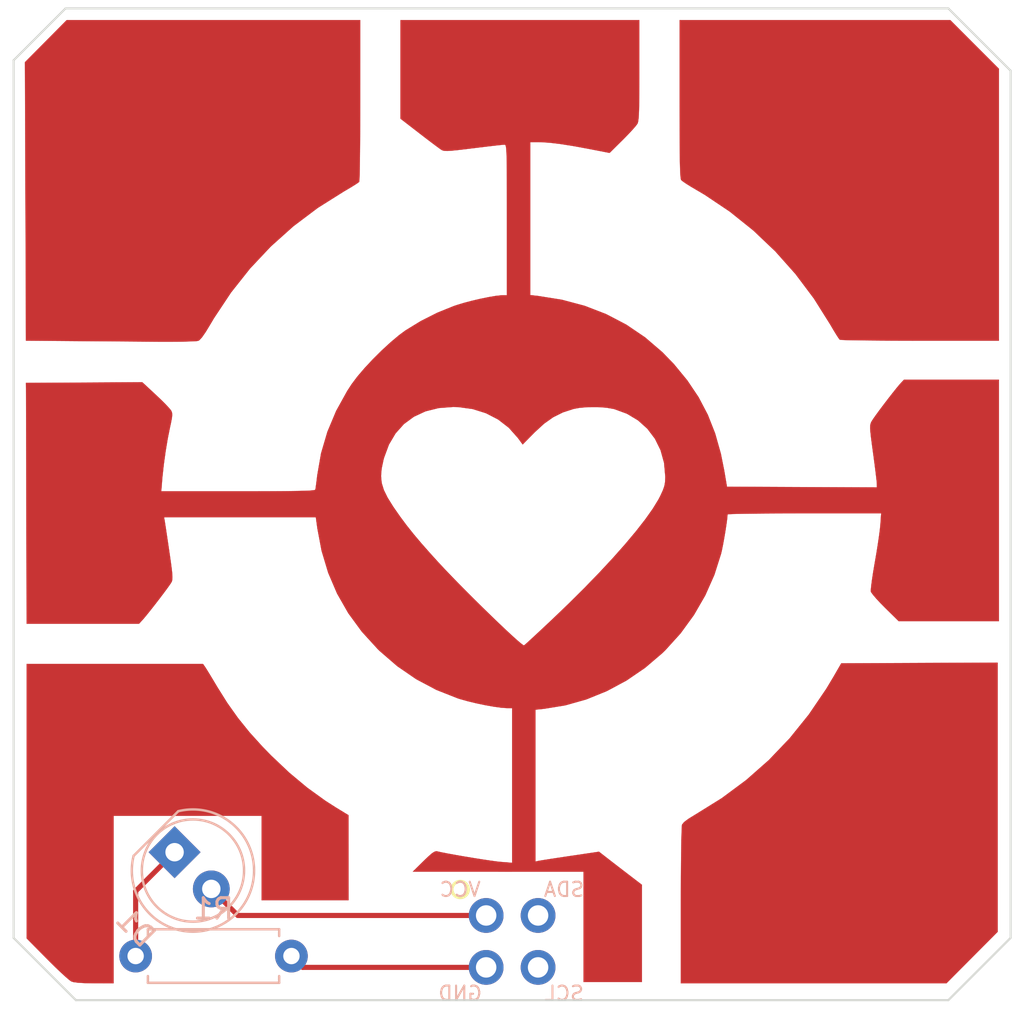
<source format=kicad_pcb>
(kicad_pcb (version 4) (host pcbnew 4.0.7)

  (general
    (links 3)
    (no_connects 0)
    (area 134.769999 103.529999 185.270001 155.055)
    (thickness 1.6)
    (drawings 8)
    (tracks 6)
    (zones 0)
    (modules 4)
    (nets 6)
  )

  (page A4)
  (layers
    (0 F.Cu signal)
    (31 B.Cu signal)
    (32 B.Adhes user)
    (33 F.Adhes user)
    (34 B.Paste user)
    (35 F.Paste user)
    (36 B.SilkS user)
    (37 F.SilkS user)
    (38 B.Mask user)
    (39 F.Mask user)
    (40 Dwgs.User user)
    (41 Cmts.User user)
    (42 Eco1.User user)
    (43 Eco2.User user hide)
    (44 Edge.Cuts user)
    (45 Margin user)
    (46 B.CrtYd user hide)
    (47 F.CrtYd user)
    (48 B.Fab user)
    (49 F.Fab user hide)
  )

  (setup
    (last_trace_width 0.25)
    (trace_clearance 0.2)
    (zone_clearance 0.508)
    (zone_45_only no)
    (trace_min 0.2)
    (segment_width 0.2)
    (edge_width 0.1)
    (via_size 0.6)
    (via_drill 0.4)
    (via_min_size 0.4)
    (via_min_drill 0.3)
    (uvia_size 0.3)
    (uvia_drill 0.1)
    (uvias_allowed no)
    (uvia_min_size 0.2)
    (uvia_min_drill 0.1)
    (pcb_text_width 0.3)
    (pcb_text_size 1.5 1.5)
    (mod_edge_width 0.15)
    (mod_text_size 1 1)
    (mod_text_width 0.15)
    (pad_size 1.5 1.5)
    (pad_drill 0.6)
    (pad_to_mask_clearance 0)
    (aux_axis_origin 0 0)
    (visible_elements FFFFFF7F)
    (pcbplotparams
      (layerselection 0x01000_00000001)
      (usegerberextensions false)
      (excludeedgelayer true)
      (linewidth 0.100000)
      (plotframeref false)
      (viasonmask false)
      (mode 1)
      (useauxorigin false)
      (hpglpennumber 1)
      (hpglpenspeed 20)
      (hpglpendiameter 15)
      (hpglpenoverlay 2)
      (psnegative false)
      (psa4output false)
      (plotreference true)
      (plotvalue true)
      (plotinvisibletext false)
      (padsonsilk false)
      (subtractmaskfromsilk false)
      (outputformat 1)
      (mirror false)
      (drillshape 0)
      (scaleselection 1)
      (outputdirectory ""))
  )

  (net 0 "")
  (net 1 "Net-(D1-Pad1)")
  (net 2 "Net-(D1-Pad2)")
  (net 3 "Net-(R1-Pad1)")
  (net 4 "Net-(SAO1-Pad4)")
  (net 5 "Net-(SAO1-Pad3)")

  (net_class Default "This is the default net class."
    (clearance 0.2)
    (trace_width 0.25)
    (via_dia 0.6)
    (via_drill 0.4)
    (uvia_dia 0.3)
    (uvia_drill 0.1)
    (add_net "Net-(D1-Pad1)")
    (add_net "Net-(D1-Pad2)")
    (add_net "Net-(R1-Pad1)")
    (add_net "Net-(SAO1-Pad3)")
    (add_net "Net-(SAO1-Pad4)")
  )

  (module LEDs:LED_D5.0mm (layer B.Cu) (tedit 5995936A) (tstamp 5BD69774)
    (at 143.51 145.415 315)
    (descr "LED, diameter 5.0mm, 2 pins, http://cdn-reichelt.de/documents/datenblatt/A500/LL-504BC2E-009.pdf")
    (tags "LED diameter 5.0mm 2 pins")
    (path /5BD686FC)
    (fp_text reference D1 (at 1.27 3.96 315) (layer B.SilkS)
      (effects (font (size 1 1) (thickness 0.15)) (justify mirror))
    )
    (fp_text value LED (at 1.27 -3.96 315) (layer B.Fab)
      (effects (font (size 1 1) (thickness 0.15)) (justify mirror))
    )
    (fp_arc (start 1.27 0) (end -1.23 1.469694) (angle -299.1) (layer B.Fab) (width 0.1))
    (fp_arc (start 1.27 0) (end -1.29 1.54483) (angle -148.9) (layer B.SilkS) (width 0.12))
    (fp_arc (start 1.27 0) (end -1.29 -1.54483) (angle 148.9) (layer B.SilkS) (width 0.12))
    (fp_circle (center 1.27 0) (end 3.77 0) (layer B.Fab) (width 0.1))
    (fp_circle (center 1.27 0) (end 3.77 0) (layer B.SilkS) (width 0.12))
    (fp_line (start -1.23 1.469694) (end -1.23 -1.469694) (layer B.Fab) (width 0.1))
    (fp_line (start -1.29 1.545) (end -1.29 -1.545) (layer B.SilkS) (width 0.12))
    (fp_line (start -1.95 3.25) (end -1.95 -3.25) (layer B.CrtYd) (width 0.05))
    (fp_line (start -1.95 -3.25) (end 4.5 -3.25) (layer B.CrtYd) (width 0.05))
    (fp_line (start 4.5 -3.25) (end 4.5 3.25) (layer B.CrtYd) (width 0.05))
    (fp_line (start 4.5 3.25) (end -1.95 3.25) (layer B.CrtYd) (width 0.05))
    (fp_text user %R (at 1.25 0 315) (layer B.Fab)
      (effects (font (size 0.8 0.8) (thickness 0.2)) (justify mirror))
    )
    (pad 1 thru_hole rect (at 0 0 315) (size 1.8 1.8) (drill 0.9) (layers *.Cu *.Mask)
      (net 1 "Net-(D1-Pad1)"))
    (pad 2 thru_hole circle (at 2.54 0 315) (size 1.8 1.8) (drill 0.9) (layers *.Cu *.Mask)
      (net 2 "Net-(D1-Pad2)"))
    (model ${KISYS3DMOD}/LEDs.3dshapes/LED_D5.0mm.wrl
      (at (xyz 0 0 0))
      (scale (xyz 0.393701 0.393701 0.393701))
      (rotate (xyz 0 0 0))
    )
  )

  (module Resistors_THT:R_Axial_DIN0207_L6.3mm_D2.5mm_P7.62mm_Horizontal (layer B.Cu) (tedit 5874F706) (tstamp 5BD6978A)
    (at 149.225 150.495 180)
    (descr "Resistor, Axial_DIN0207 series, Axial, Horizontal, pin pitch=7.62mm, 0.25W = 1/4W, length*diameter=6.3*2.5mm^2, http://cdn-reichelt.de/documents/datenblatt/B400/1_4W%23YAG.pdf")
    (tags "Resistor Axial_DIN0207 series Axial Horizontal pin pitch 7.62mm 0.25W = 1/4W length 6.3mm diameter 2.5mm")
    (path /5BD68805)
    (fp_text reference R1 (at 3.81 2.31 180) (layer B.SilkS)
      (effects (font (size 1 1) (thickness 0.15)) (justify mirror))
    )
    (fp_text value R (at 3.81 -2.31 180) (layer B.Fab)
      (effects (font (size 1 1) (thickness 0.15)) (justify mirror))
    )
    (fp_line (start 0.66 1.25) (end 0.66 -1.25) (layer B.Fab) (width 0.1))
    (fp_line (start 0.66 -1.25) (end 6.96 -1.25) (layer B.Fab) (width 0.1))
    (fp_line (start 6.96 -1.25) (end 6.96 1.25) (layer B.Fab) (width 0.1))
    (fp_line (start 6.96 1.25) (end 0.66 1.25) (layer B.Fab) (width 0.1))
    (fp_line (start 0 0) (end 0.66 0) (layer B.Fab) (width 0.1))
    (fp_line (start 7.62 0) (end 6.96 0) (layer B.Fab) (width 0.1))
    (fp_line (start 0.6 0.98) (end 0.6 1.31) (layer B.SilkS) (width 0.12))
    (fp_line (start 0.6 1.31) (end 7.02 1.31) (layer B.SilkS) (width 0.12))
    (fp_line (start 7.02 1.31) (end 7.02 0.98) (layer B.SilkS) (width 0.12))
    (fp_line (start 0.6 -0.98) (end 0.6 -1.31) (layer B.SilkS) (width 0.12))
    (fp_line (start 0.6 -1.31) (end 7.02 -1.31) (layer B.SilkS) (width 0.12))
    (fp_line (start 7.02 -1.31) (end 7.02 -0.98) (layer B.SilkS) (width 0.12))
    (fp_line (start -1.05 1.6) (end -1.05 -1.6) (layer B.CrtYd) (width 0.05))
    (fp_line (start -1.05 -1.6) (end 8.7 -1.6) (layer B.CrtYd) (width 0.05))
    (fp_line (start 8.7 -1.6) (end 8.7 1.6) (layer B.CrtYd) (width 0.05))
    (fp_line (start 8.7 1.6) (end -1.05 1.6) (layer B.CrtYd) (width 0.05))
    (pad 1 thru_hole circle (at 0 0 180) (size 1.6 1.6) (drill 0.8) (layers *.Cu *.Mask)
      (net 3 "Net-(R1-Pad1)"))
    (pad 2 thru_hole oval (at 7.62 0 180) (size 1.6 1.6) (drill 0.8) (layers *.Cu *.Mask)
      (net 1 "Net-(D1-Pad1)"))
    (model ${KISYS3DMOD}/Resistors_THT.3dshapes/R_Axial_DIN0207_L6.3mm_D2.5mm_P7.62mm_Horizontal.wrl
      (at (xyz 0 0 0))
      (scale (xyz 0.393701 0.393701 0.393701))
      (rotate (xyz 0 0 0))
    )
  )

  (module sao:Badgelife-Shitty-2x2-Edge (layer F.Cu) (tedit 5BD6AD7B) (tstamp 5BD6AEE1)
    (at 160.02 144.78)
    (descr "Through hole angled pin header, 2x02, 2.54mm pitch, 6mm pin length, double rows")
    (tags "Through hole angled pin header THT 2x02 2.54mm double row")
    (path /5BD682DF)
    (fp_text reference SAO1 (at 0 5) (layer F.Fab)
      (effects (font (size 1 1) (thickness 0.15)))
    )
    (fp_text value Badgelife_shitty_connector (at 0 9.2) (layer F.Fab) hide
      (effects (font (size 1 1) (thickness 0.15)))
    )
    (fp_text user SDA (at 2.54 2.46) (layer B.SilkS)
      (effects (font (size 0.7 0.7) (thickness 0.1)) (justify mirror))
    )
    (fp_line (start -25 9) (end 25 9) (layer F.Fab) (width 0.1))
    (fp_circle (center -2.54 2.46) (end -2.14 2.46) (layer F.SilkS) (width 0.15))
    (fp_line (start -25 -41) (end -25 9) (layer F.Fab) (width 0.1))
    (fp_line (start 25 -41) (end 25 9) (layer F.Fab) (width 0.1))
    (fp_line (start -25 -41) (end 25 -41) (layer F.Fab) (width 0.1))
    (fp_text user SCL (at 2.54 7.54) (layer B.SilkS)
      (effects (font (size 0.7 0.7) (thickness 0.1)) (justify mirror))
    )
    (fp_text user GND (at -2.54 7.54) (layer B.SilkS)
      (effects (font (size 0.7 0.7) (thickness 0.1)) (justify mirror))
    )
    (fp_text user VCC (at -2.54 2.46) (layer B.SilkS)
      (effects (font (size 0.7 0.7) (thickness 0.1)) (justify mirror))
    )
    (pad 4 thru_hole circle (at 1.27 3.73) (size 1.7 1.7) (drill 1) (layers *.Cu *.Mask)
      (net 4 "Net-(SAO1-Pad4)"))
    (pad 3 thru_hole oval (at 1.27 6.27) (size 1.7 1.7) (drill 1) (layers *.Cu *.Mask)
      (net 5 "Net-(SAO1-Pad3)"))
    (pad 1 thru_hole oval (at -1.27 3.73) (size 1.7 1.7) (drill 1) (layers *.Cu *.Mask)
      (net 2 "Net-(D1-Pad2)"))
    (pad 2 thru_hole oval (at -1.27 6.27) (size 1.7 1.7) (drill 1) (layers *.Cu *.Mask)
      (net 3 "Net-(R1-Pad1)"))
    (model ${KISYS3DMOD}/Pin_Headers.3dshapes/Pin_Header_Angled_2x02_Pitch2.54mm.wrl
      (at (xyz 0 0 0))
      (scale (xyz 1 1 1))
      (rotate (xyz 0 0 0))
    )
  )

  (module cube-cutout:cube-cutout (layer F.Cu) (tedit 0) (tstamp 5BD6F3F0)
    (at 160.02 128.27)
    (fp_text reference G*** (at 0 0) (layer F.Cu) hide
      (effects (font (thickness 0.3)))
    )
    (fp_text value LOGO (at 0.75 0) (layer F.Cu) hide
      (effects (font (thickness 0.3)))
    )
    (fp_poly (pts (xy -15.0187 8.080375) (xy -14.951543 8.184426) (xy -14.834263 8.3745) (xy -14.681127 8.627152)
      (xy -14.506406 8.918938) (xy -14.428361 9.050315) (xy -13.930466 9.844714) (xy -13.41033 10.57797)
      (xy -12.84231 11.282742) (xy -12.200767 11.991689) (xy -11.783763 12.418776) (xy -10.896922 13.258033)
      (xy -10.018823 13.990595) (xy -9.128536 14.633252) (xy -8.612705 14.962659) (xy -8.002137 15.33525)
      (xy -8.001569 17.414875) (xy -8.001 19.4945) (xy -12.2555 19.4945) (xy -12.2555 15.367)
      (xy -19.4945 15.367) (xy -19.4945 23.5585) (xy -20.431125 23.556014) (xy -20.887816 23.548971)
      (xy -21.226445 23.530154) (xy -21.455462 23.498902) (xy -21.55825 23.467872) (xy -21.657761 23.398495)
      (xy -21.82971 23.252234) (xy -22.058353 23.043601) (xy -22.327946 22.787106) (xy -22.622746 22.49726)
      (xy -22.748875 22.370501) (xy -23.749 21.358788) (xy -23.749 7.9375) (xy -15.118929 7.9375)
      (xy -15.0187 8.080375)) (layer F.Cu) (width 0.01))
    (fp_poly (pts (xy 23.749 21.043012) (xy 22.496965 22.300756) (xy 21.244931 23.5585) (xy 8.255 23.5585)
      (xy 8.255 19.752633) (xy 8.255953 19.04026) (xy 8.258707 18.370808) (xy 8.263105 17.755044)
      (xy 8.268988 17.203736) (xy 8.2762 16.727651) (xy 8.284581 16.337556) (xy 8.293974 16.044219)
      (xy 8.304221 15.858406) (xy 8.313024 15.79415) (xy 8.408404 15.675639) (xy 8.617064 15.516822)
      (xy 8.933357 15.321946) (xy 8.963899 15.304494) (xy 10.252778 14.502955) (xy 11.449386 13.615496)
      (xy 12.556413 12.639438) (xy 13.576546 11.572099) (xy 14.512472 10.4108) (xy 15.366881 9.152861)
      (xy 15.715125 8.5725) (xy 16.100321 7.90575) (xy 19.92466 7.889379) (xy 23.749 7.873008)
      (xy 23.749 21.043012)) (layer F.Cu) (width 0.01))
    (fp_poly (pts (xy 6.223 -21.110597) (xy 6.222238 -20.464268) (xy 6.219685 -19.933294) (xy 6.214938 -19.506037)
      (xy 6.207593 -19.170857) (xy 6.197247 -18.916118) (xy 6.183496 -18.730182) (xy 6.165938 -18.60141)
      (xy 6.144169 -18.518164) (xy 6.132245 -18.491222) (xy 6.054622 -18.384442) (xy 5.905176 -18.211384)
      (xy 5.703623 -17.993802) (xy 5.469679 -17.753449) (xy 5.405594 -17.689528) (xy 4.769698 -17.059305)
      (xy 3.734224 -17.260594) (xy 2.999492 -17.395922) (xy 2.374658 -17.494429) (xy 1.848532 -17.5576)
      (xy 1.409928 -17.586919) (xy 1.25579 -17.5895) (xy 0.889 -17.5895) (xy 0.889 -10.105639)
      (xy 1.254125 -10.065455) (xy 2.434621 -9.877401) (xy 3.550471 -9.580318) (xy 4.601206 -9.174441)
      (xy 5.586359 -8.660003) (xy 6.505462 -8.037239) (xy 7.358048 -7.306383) (xy 7.915491 -6.730081)
      (xy 8.572265 -5.931089) (xy 9.121535 -5.111665) (xy 9.572047 -4.253304) (xy 9.932546 -3.337503)
      (xy 10.211776 -2.345759) (xy 10.376012 -1.524) (xy 10.510425 -0.73025) (xy 14.176962 -0.71386)
      (xy 17.8435 -0.697469) (xy 17.841499 -0.87261) (xy 17.832458 -0.9867) (xy 17.808355 -1.204928)
      (xy 17.771836 -1.505674) (xy 17.72555 -1.867316) (xy 17.672145 -2.268232) (xy 17.656733 -2.38125)
      (xy 17.596423 -2.825852) (xy 17.553142 -3.16307) (xy 17.525968 -3.411242) (xy 17.513978 -3.588711)
      (xy 17.516251 -3.713815) (xy 17.531864 -3.804895) (xy 17.559895 -3.880291) (xy 17.579359 -3.919944)
      (xy 17.653872 -4.03873) (xy 17.79091 -4.233937) (xy 17.973325 -4.483087) (xy 18.183972 -4.7637)
      (xy 18.405702 -5.053298) (xy 18.62137 -5.329399) (xy 18.813829 -5.569526) (xy 18.965932 -5.751199)
      (xy 19.031238 -5.823363) (xy 19.171227 -5.969) (xy 23.8125 -5.969) (xy 23.8125 5.842)
      (xy 18.904588 5.842) (xy 18.244631 5.192567) (xy 18.006106 4.950595) (xy 17.800724 4.728565)
      (xy 17.646022 4.54648) (xy 17.559535 4.424339) (xy 17.548351 4.398411) (xy 17.548256 4.293949)
      (xy 17.568949 4.085823) (xy 17.607566 3.795147) (xy 17.661244 3.443037) (xy 17.72712 3.050605)
      (xy 17.744257 2.953721) (xy 17.818654 2.520845) (xy 17.887228 2.091266) (xy 17.945577 1.694961)
      (xy 17.989298 1.361905) (xy 18.013988 1.122074) (xy 18.014675 1.112627) (xy 18.052863 0.571499)
      (xy 14.296931 0.571499) (xy 13.619315 0.572281) (xy 12.980941 0.574534) (xy 12.392866 0.578116)
      (xy 11.86615 0.582888) (xy 11.411851 0.58871) (xy 11.041029 0.595441) (xy 10.764742 0.602942)
      (xy 10.594049 0.611072) (xy 10.53976 0.619125) (xy 10.524768 0.797781) (xy 10.489875 1.066918)
      (xy 10.440667 1.392602) (xy 10.382733 1.740896) (xy 10.321661 2.077867) (xy 10.263038 2.36958)
      (xy 10.223238 2.541399) (xy 9.894527 3.578116) (xy 9.448735 4.5837) (xy 8.89476 5.5431)
      (xy 8.241496 6.441265) (xy 7.497842 7.263144) (xy 7.344136 7.412214) (xy 6.501898 8.129559)
      (xy 5.593963 8.749078) (xy 4.632741 9.264926) (xy 3.630641 9.67126) (xy 2.600073 9.962239)
      (xy 1.571625 10.130143) (xy 1.143 10.174795) (xy 1.143 17.603267) (xy 1.285875 17.571265)
      (xy 1.388643 17.552886) (xy 1.596841 17.519244) (xy 1.890241 17.473477) (xy 2.248611 17.418725)
      (xy 2.651723 17.358126) (xy 2.839406 17.330219) (xy 4.250062 17.121175) (xy 4.649156 17.432042)
      (xy 4.863097 17.597994) (xy 5.140153 17.811918) (xy 5.44253 18.044673) (xy 5.699125 18.241605)
      (xy 6.35 18.7403) (xy 6.35 23.495) (xy 3.4925 23.495) (xy 3.4925 18.0975)
      (xy -4.85775 18.095584) (xy -4.335006 17.581374) (xy -4.098409 17.353864) (xy -3.929179 17.206472)
      (xy -3.808633 17.125913) (xy -3.718084 17.098904) (xy -3.664033 17.104367) (xy -3.448465 17.152082)
      (xy -3.136129 17.212871) (xy -2.754635 17.282154) (xy -2.331592 17.355351) (xy -1.894608 17.427881)
      (xy -1.471292 17.495165) (xy -1.089254 17.552621) (xy -0.776102 17.595671) (xy -0.559446 17.619733)
      (xy -0.555625 17.620042) (xy 0 17.6644) (xy 0 10.0965) (xy -0.24769 10.0965)
      (xy -0.518111 10.078865) (xy -0.876943 10.030313) (xy -1.291247 9.957371) (xy -1.72808 9.866566)
      (xy -2.154501 9.764426) (xy -2.537568 9.657479) (xy -2.660549 9.618384) (xy -3.707231 9.205441)
      (xy -4.694982 8.68038) (xy -5.620365 8.045316) (xy -6.479944 7.302366) (xy -6.577308 7.20725)
      (xy -7.354166 6.355775) (xy -8.015482 5.452186) (xy -8.562568 4.493859) (xy -8.996737 3.478171)
      (xy -9.319301 2.4025) (xy -9.524261 1.317625) (xy -9.601618 0.761999) (xy -13.312687 0.762)
      (xy -17.023755 0.762) (xy -16.988501 0.968375) (xy -16.96867 1.093165) (xy -16.933907 1.320945)
      (xy -16.887615 1.629035) (xy -16.833199 1.994756) (xy -16.774062 2.395426) (xy -16.763174 2.469547)
      (xy -16.698814 2.91674) (xy -16.653699 3.256273) (xy -16.626537 3.505816) (xy -16.616036 3.683039)
      (xy -16.620904 3.80561) (xy -16.639848 3.891198) (xy -16.656368 3.930047) (xy -16.724187 4.03712)
      (xy -16.854881 4.221218) (xy -17.03166 4.460461) (xy -17.237735 4.732966) (xy -17.456317 5.016853)
      (xy -17.670616 5.290239) (xy -17.863844 5.531243) (xy -18.019211 5.717983) (xy -18.086809 5.794375)
      (xy -18.248261 5.969) (xy -23.749 5.969) (xy -23.7617 0.3175) (xy -23.763621 -0.524098)
      (xy -23.765524 -1.333083) (xy -23.767383 -2.099932) (xy -23.769174 -2.81512) (xy -23.770869 -3.469122)
      (xy -23.772445 -4.052414) (xy -23.773874 -4.55547) (xy -23.775132 -4.968767) (xy -23.776192 -5.28278)
      (xy -23.777029 -5.487984) (xy -23.777575 -5.572125) (xy -23.78075 -5.81025) (xy -18.088918 -5.843314)
      (xy -17.420821 -5.223532) (xy -17.173151 -4.988163) (xy -16.95474 -4.770153) (xy -16.78527 -4.589914)
      (xy -16.684424 -4.467861) (xy -16.670157 -4.445) (xy -16.635751 -4.354083) (xy -16.626303 -4.240237)
      (xy -16.64397 -4.075538) (xy -16.690911 -3.832059) (xy -16.731892 -3.64599) (xy -16.842858 -3.095585)
      (xy -16.947148 -2.470639) (xy -17.036981 -1.823604) (xy -17.104578 -1.206934) (xy -17.119662 -1.031875)
      (xy -17.161399 -0.508) (xy -13.404707 -0.508) (xy -12.586565 -0.508533) (xy -11.887469 -0.510242)
      (xy -11.299466 -0.513295) (xy -10.814605 -0.517859) (xy -10.424937 -0.5241) (xy -10.122509 -0.532186)
      (xy -9.89937 -0.542283) (xy -9.74757 -0.554559) (xy -9.659157 -0.569181) (xy -9.62618 -0.586315)
      (xy -9.625805 -0.587375) (xy -9.609417 -0.681529) (xy -9.583361 -0.870382) (xy -9.551841 -1.122394)
      (xy -9.536164 -1.255863) (xy -6.412671 -1.255863) (xy -6.37934 -0.915198) (xy -6.274994 -0.573914)
      (xy -6.093501 -0.204139) (xy -5.828726 0.222) (xy -5.773409 0.30439) (xy -5.470518 0.738562)
      (xy -5.156695 1.159724) (xy -4.814573 1.589213) (xy -4.426786 2.048365) (xy -3.975967 2.558518)
      (xy -3.617848 2.95275) (xy -3.322721 3.26948) (xy -2.985357 3.622464) (xy -2.616122 4.001636)
      (xy -2.225377 4.396932) (xy -1.823488 4.798284) (xy -1.420819 5.195629) (xy -1.027733 5.5789)
      (xy -0.654595 5.938032) (xy -0.311768 6.262959) (xy -0.009617 6.543617) (xy 0.241495 6.769939)
      (xy 0.431204 6.93186) (xy 0.549144 7.019315) (xy 0.582003 7.031623) (xy 0.637394 6.985864)
      (xy 0.772962 6.86396) (xy 0.976639 6.677057) (xy 1.236357 6.436304) (xy 1.540048 6.152847)
      (xy 1.875643 5.837833) (xy 1.938656 5.7785) (xy 2.763658 4.98765) (xy 3.542076 4.214239)
      (xy 4.267592 3.465478) (xy 4.93389 2.748579) (xy 5.534649 2.070754) (xy 6.063554 1.439215)
      (xy 6.514286 0.861176) (xy 6.880528 0.343846) (xy 7.155961 -0.10556) (xy 7.247956 -0.282392)
      (xy 7.37229 -0.552042) (xy 7.446084 -0.76014) (xy 7.481821 -0.955392) (xy 7.491983 -1.186505)
      (xy 7.492061 -1.234892) (xy 7.432406 -1.900978) (xy 7.261394 -2.518475) (xy 6.986635 -3.077402)
      (xy 6.615739 -3.56778) (xy 6.156314 -3.979631) (xy 5.615972 -4.302977) (xy 5.002322 -4.527836)
      (xy 4.975584 -4.534841) (xy 4.615076 -4.598082) (xy 4.182962 -4.628908) (xy 3.72994 -4.627202)
      (xy 3.306707 -4.59285) (xy 3.013716 -4.539296) (xy 2.487315 -4.369604) (xy 2.014383 -4.13464)
      (xy 1.564236 -3.815956) (xy 1.106196 -3.395107) (xy 1.099721 -3.388543) (xy 0.516692 -2.796894)
      (xy 0.280564 -3.118565) (xy -0.161261 -3.615564) (xy -0.684516 -4.020504) (xy -1.277682 -4.327866)
      (xy -1.929237 -4.532128) (xy -2.627661 -4.627772) (xy -2.883533 -4.634562) (xy -3.592711 -4.580036)
      (xy -4.2326 -4.420753) (xy -4.799483 -4.159535) (xy -5.289648 -3.799202) (xy -5.69938 -3.342574)
      (xy -6.024964 -2.792474) (xy -6.262687 -2.151721) (xy -6.290828 -2.046832) (xy -6.381122 -1.623783)
      (xy -6.412671 -1.255863) (xy -9.536164 -1.255863) (xy -9.531759 -1.293355) (xy -9.345463 -2.364935)
      (xy -9.036308 -3.416456) (xy -8.608025 -4.438025) (xy -8.064349 -5.419753) (xy -7.851133 -5.74675)
      (xy -7.57455 -6.115764) (xy -7.219444 -6.531456) (xy -6.81161 -6.96807) (xy -6.376844 -7.399852)
      (xy -5.940943 -7.801046) (xy -5.529702 -8.145897) (xy -5.217042 -8.376676) (xy -4.462851 -8.838651)
      (xy -3.658146 -9.244531) (xy -2.853765 -9.569177) (xy -2.700256 -9.621211) (xy -2.34123 -9.729306)
      (xy -1.940123 -9.834504) (xy -1.527749 -9.93023) (xy -1.134921 -10.009909) (xy -0.792452 -10.066964)
      (xy -0.531154 -10.09482) (xy -0.473027 -10.0965) (xy -0.254 -10.0965) (xy -0.254 -13.7795)
      (xy -0.254178 -14.556911) (xy -0.254902 -15.216893) (xy -0.256461 -15.76902) (xy -0.259145 -16.222864)
      (xy -0.263241 -16.587997) (xy -0.269038 -16.873991) (xy -0.276825 -17.090419) (xy -0.286891 -17.246852)
      (xy -0.299524 -17.352862) (xy -0.315013 -17.418023) (xy -0.333646 -17.451905) (xy -0.355712 -17.464082)
      (xy -0.365125 -17.465011) (xy -0.458448 -17.458131) (xy -0.658032 -17.43747) (xy -0.944153 -17.405273)
      (xy -1.297088 -17.363785) (xy -1.697114 -17.315254) (xy -1.889025 -17.291492) (xy -2.352467 -17.234613)
      (xy -2.707028 -17.193849) (xy -2.969684 -17.168314) (xy -3.157409 -17.15712) (xy -3.287181 -17.159379)
      (xy -3.375973 -17.174206) (xy -3.440763 -17.200714) (xy -3.456095 -17.209607) (xy -3.554916 -17.277933)
      (xy -3.734643 -17.409891) (xy -3.976012 -17.591037) (xy -4.259764 -17.806926) (xy -4.535696 -18.019179)
      (xy -5.461 -18.734607) (xy -5.461 -23.5585) (xy 6.223 -23.5585) (xy 6.223 -21.110597)) (layer F.Cu) (width 0.01))
    (fp_poly (pts (xy -7.430473 -19.637375) (xy -7.431382 -18.942269) (xy -7.433669 -18.28433) (xy -7.437201 -17.674631)
      (xy -7.441847 -17.124246) (xy -7.447473 -16.644248) (xy -7.453949 -16.245711) (xy -7.461142 -15.939708)
      (xy -7.46892 -15.737312) (xy -7.47715 -15.649597) (xy -7.478098 -15.647394) (xy -7.548507 -15.591021)
      (xy -7.706939 -15.486971) (xy -7.930601 -15.349601) (xy -8.196698 -15.193269) (xy -8.22325 -15.178013)
      (xy -9.502989 -14.372665) (xy -10.696808 -13.47393) (xy -11.803199 -12.483308) (xy -12.820654 -11.402301)
      (xy -13.747663 -10.23241) (xy -14.582719 -8.975136) (xy -14.763871 -8.669879) (xy -14.989163 -8.298575)
      (xy -15.16725 -8.042281) (xy -15.299755 -7.898772) (xy -15.348677 -7.868896) (xy -15.449678 -7.854559)
      (xy -15.660323 -7.842514) (xy -15.963271 -7.833129) (xy -16.341182 -7.826773) (xy -16.776715 -7.823815)
      (xy -17.252528 -7.824623) (xy -17.387259 -7.825548) (xy -17.942718 -7.829968) (xy -18.589511 -7.835094)
      (xy -19.291978 -7.840644) (xy -20.014458 -7.846336) (xy -20.721288 -7.85189) (xy -21.376808 -7.857023)
      (xy -21.5265 -7.858193) (xy -23.78075 -7.87579) (xy -23.805313 -14.686843) (xy -23.829874 -21.497896)
      (xy -21.787586 -23.5585) (xy -7.4295 -23.5585) (xy -7.430473 -19.637375)) (layer F.Cu) (width 0.01))
    (fp_poly (pts (xy 22.622501 -22.367265) (xy 23.8125 -21.176029) (xy 23.8125 -7.874) (xy 19.954875 -7.874973)
      (xy 19.265516 -7.875895) (xy 18.613385 -7.878217) (xy 18.009649 -7.881803) (xy 17.465476 -7.886517)
      (xy 16.992036 -7.892224) (xy 16.600496 -7.898789) (xy 16.302025 -7.906076) (xy 16.107792 -7.913949)
      (xy 16.028964 -7.922274) (xy 16.028393 -7.922598) (xy 15.97202 -7.993007) (xy 15.86797 -8.151439)
      (xy 15.7306 -8.375101) (xy 15.574268 -8.641198) (xy 15.559012 -8.66775) (xy 14.757505 -9.941295)
      (xy 13.86068 -11.135104) (xy 12.873697 -12.243995) (xy 11.801716 -13.262787) (xy 10.649898 -14.1863)
      (xy 9.423402 -15.009351) (xy 8.98525 -15.268268) (xy 8.724447 -15.422044) (xy 8.500635 -15.562903)
      (xy 8.339678 -15.674005) (xy 8.270875 -15.73339) (xy 8.253643 -15.783169) (xy 8.238893 -15.889926)
      (xy 8.226471 -16.061474) (xy 8.216217 -16.305627) (xy 8.207977 -16.6302) (xy 8.201594 -17.043006)
      (xy 8.196912 -17.55186) (xy 8.193773 -18.164576) (xy 8.192021 -18.888968) (xy 8.1915 -19.697137)
      (xy 8.1915 -23.5585) (xy 21.432503 -23.5585) (xy 22.622501 -22.367265)) (layer F.Cu) (width 0.01))
  )

  (gr_line (start 135.636 149.606) (end 135.636 106.68) (angle 90) (layer Edge.Cuts) (width 0.1))
  (gr_line (start 138.684 152.654) (end 135.636 149.606) (angle 90) (layer Edge.Cuts) (width 0.1))
  (gr_line (start 181.356 152.654) (end 138.684 152.654) (angle 90) (layer Edge.Cuts) (width 0.1))
  (gr_line (start 184.404 149.606) (end 181.356 152.654) (angle 90) (layer Edge.Cuts) (width 0.1))
  (gr_line (start 184.404 107.188) (end 184.404 149.606) (angle 90) (layer Edge.Cuts) (width 0.1))
  (gr_line (start 181.356 104.14) (end 184.404 107.188) (angle 90) (layer Edge.Cuts) (width 0.1))
  (gr_line (start 138.176 104.14) (end 181.356 104.14) (angle 90) (layer Edge.Cuts) (width 0.1))
  (gr_line (start 135.636 106.68) (end 138.176 104.14) (angle 90) (layer Edge.Cuts) (width 0.1))

  (segment (start 141.605 150.495) (end 141.605 147.32) (width 0.25) (layer F.Cu) (net 1))
  (segment (start 141.605 147.32) (end 143.51 145.415) (width 0.25) (layer F.Cu) (net 1) (tstamp 5BD6B243))
  (segment (start 158.75 148.51) (end 146.605 148.51) (width 0.25) (layer F.Cu) (net 2))
  (segment (start 146.605 148.51) (end 145.306051 147.211051) (width 0.25) (layer F.Cu) (net 2) (tstamp 5BD6B1CF))
  (segment (start 158.75 151.05) (end 149.78 151.05) (width 0.25) (layer F.Cu) (net 3))
  (segment (start 149.78 151.05) (end 149.225 150.495) (width 0.25) (layer F.Cu) (net 3) (tstamp 5BD6B1C0))

)

</source>
